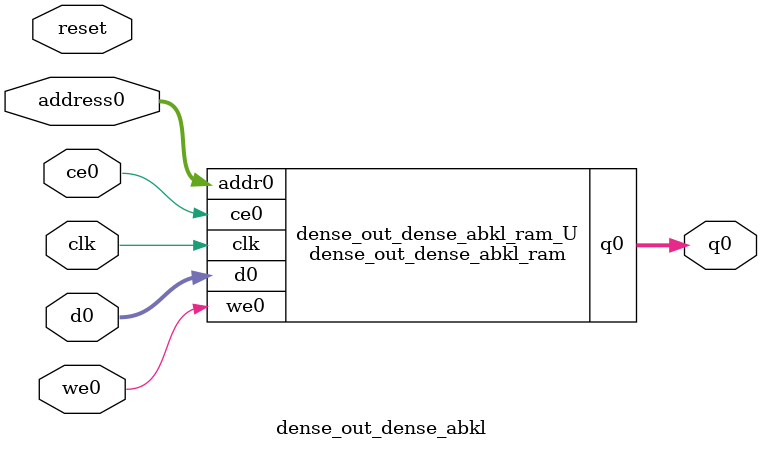
<source format=v>
`timescale 1 ns / 1 ps
module dense_out_dense_abkl_ram (addr0, ce0, d0, we0, q0,  clk);

parameter DWIDTH = 14;
parameter AWIDTH = 4;
parameter MEM_SIZE = 10;

input[AWIDTH-1:0] addr0;
input ce0;
input[DWIDTH-1:0] d0;
input we0;
output reg[DWIDTH-1:0] q0;
input clk;

(* ram_style = "distributed" *)reg [DWIDTH-1:0] ram[0:MEM_SIZE-1];




always @(posedge clk)  
begin 
    if (ce0) 
    begin
        if (we0) 
        begin 
            ram[addr0] <= d0; 
        end 
        q0 <= ram[addr0];
    end
end


endmodule

`timescale 1 ns / 1 ps
module dense_out_dense_abkl(
    reset,
    clk,
    address0,
    ce0,
    we0,
    d0,
    q0);

parameter DataWidth = 32'd14;
parameter AddressRange = 32'd10;
parameter AddressWidth = 32'd4;
input reset;
input clk;
input[AddressWidth - 1:0] address0;
input ce0;
input we0;
input[DataWidth - 1:0] d0;
output[DataWidth - 1:0] q0;



dense_out_dense_abkl_ram dense_out_dense_abkl_ram_U(
    .clk( clk ),
    .addr0( address0 ),
    .ce0( ce0 ),
    .we0( we0 ),
    .d0( d0 ),
    .q0( q0 ));

endmodule


</source>
